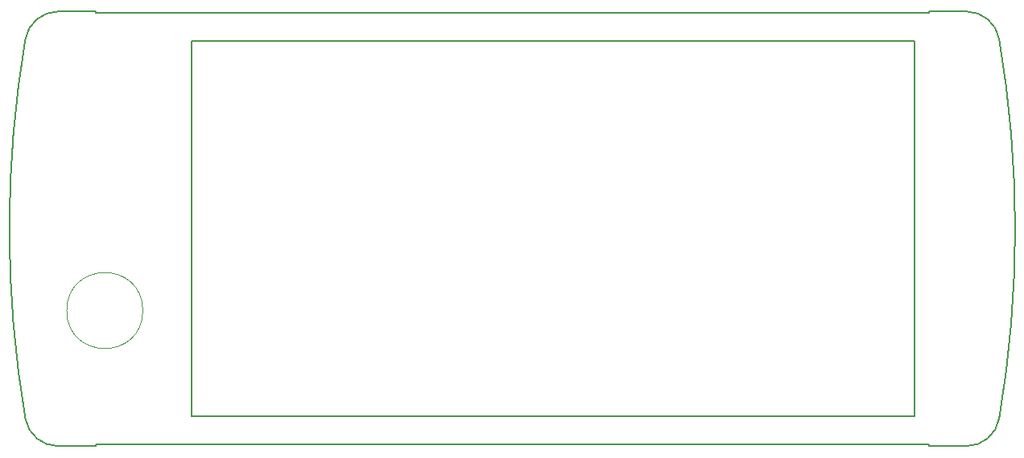
<source format=gm1>
G04 #@! TF.GenerationSoftware,KiCad,Pcbnew,(5.1.4)-1*
G04 #@! TF.CreationDate,2019-12-03T09:24:41+01:00*
G04 #@! TF.ProjectId,dps3005,64707333-3030-4352-9e6b-696361645f70,rev?*
G04 #@! TF.SameCoordinates,PX44300e0PY2cd29c0*
G04 #@! TF.FileFunction,Profile,NP*
%FSLAX45Y45*%
G04 Gerber Fmt 4.5, Leading zero omitted, Abs format (unit mm)*
G04 Created by KiCad (PCBNEW (5.1.4)-1) date 2019-12-03 09:24:41*
%MOMM*%
%LPD*%
G04 APERTURE LIST*
%ADD10C,0.200000*%
%ADD11C,0.120000*%
G04 APERTURE END LIST*
D10*
X9670285Y-4578483D02*
X9670285Y-4560000D01*
X910285Y-4578483D02*
X910285Y-4560000D01*
X910285Y-10000D02*
X910285Y1517D01*
X1920000Y-4260000D02*
X1920000Y-310000D01*
X9520000Y-4260000D02*
X1920000Y-4260000D01*
X9520000Y-310000D02*
X9520000Y-4260000D01*
X1920000Y-310000D02*
X9520000Y-310000D01*
D11*
X1405000Y-3150000D02*
G75*
G03X1405000Y-3150000I-400000J0D01*
G01*
D10*
X10066188Y1537D02*
G75*
G02X10410601Y-286393I-56J-350020D01*
G01*
X169339Y-290114D02*
G75*
G02X514438Y1517I345099J-58369D01*
G01*
X514351Y-4578532D02*
G75*
G02X170320Y-4292650I87J350049D01*
G01*
X9670285Y1517D02*
X9670285Y-10000D01*
X514438Y1517D02*
X910285Y1517D01*
X910285Y-10000D02*
X9670285Y-10000D01*
X9670285Y-4560000D02*
X910285Y-4560000D01*
X910285Y-4578483D02*
X514438Y-4578483D01*
X10410601Y-286393D02*
G75*
G02X10411240Y-4286797I-11825584J-2002090D01*
G01*
X170320Y-4292650D02*
G75*
G02X169325Y-290200I11831454J2004167D01*
G01*
X10411240Y-4286797D02*
G75*
G02X10066132Y-4578483I-345108J58314D01*
G01*
X9670285Y1517D02*
X10066132Y1517D01*
X10066132Y-4578483D02*
X9670285Y-4578483D01*
M02*

</source>
